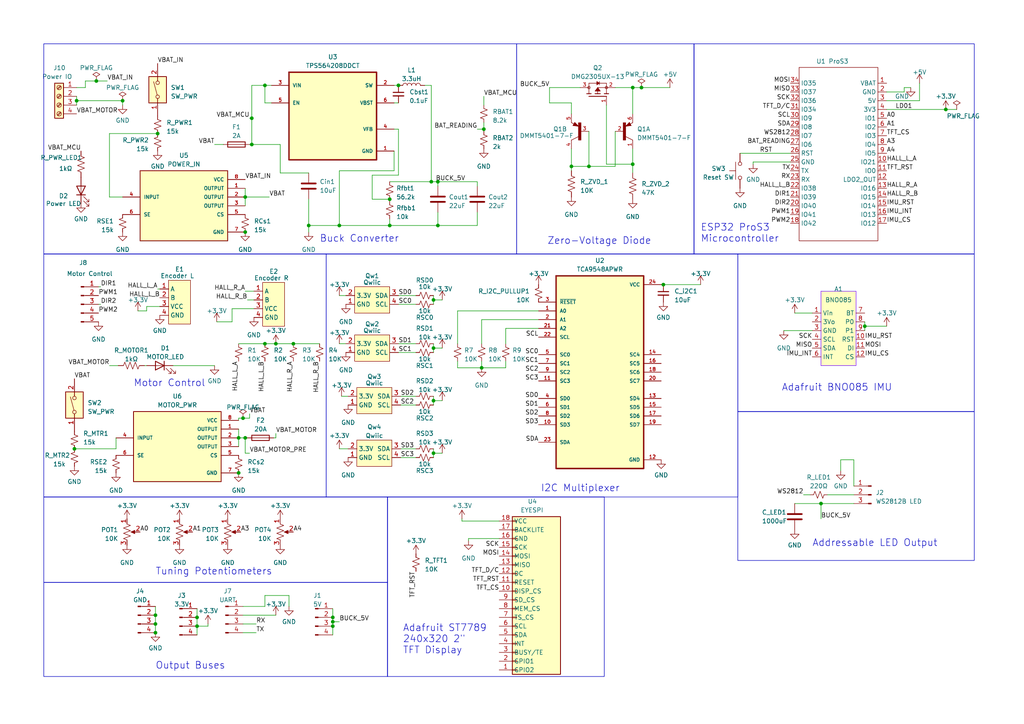
<source format=kicad_sch>
(kicad_sch (version 20230121) (generator eeschema)
  (paper "A4")
  (title_block (title "Segway Bot V7") (date "2023-08-21") (company "MIT") (comment 1 "Joseph Ntaimo"))
  (junction (at 35.56 29.21))
  (junction (at 45.085 180.975))
  (junction (at 89.535 65.405))
  (junction (at 125.73 131.445))
  (junction (at 98.425 65.405))
  (junction (at 80.01 99.695))
  (junction (at 113.03 57.785))
  (junction (at 57.15 179.07))
  (junction (at 127 52.705))
  (junction (at 73.025 34.29))
  (junction (at 183.515 25.4))
  (junction (at 71.12 127))
  (junction (at 73.025 41.91))
  (junction (at 192.405 82.55))
  (junction (at 125.73 116.205))
  (junction (at 57.15 181.61))
  (junction (at 45.085 178.435))
  (junction (at 125.095 52.705))
  (junction (at 186.055 25.4))
  (junction (at 96.52 181.61))
  (junction (at 125.73 86.995))
  (junction (at 250.825 94.615))
  (junction (at 69.215 137.16))
  (junction (at 85.09 99.695))
  (junction (at 22.225 29.21))
  (junction (at 27.94 23.495))
  (junction (at 70.485 121.285))
  (junction (at 139.7 106.68))
  (junction (at 96.52 179.07))
  (junction (at 113.03 65.405))
  (junction (at 69.215 127))
  (junction (at 140.335 37.465))
  (junction (at 76.835 99.695))
  (junction (at 96.52 180.34))
  (junction (at 45.72 38.735))
  (junction (at 71.12 67.31))
  (junction (at 170.815 48.26))
  (junction (at 183.515 47.625))
  (junction (at 76.835 24.765))
  (junction (at 115.57 24.765))
  (junction (at 71.12 57.15))
  (junction (at 125.73 100.965))
  (junction (at 165.735 48.26))
  (junction (at 21.59 130.175))
  (junction (at 45.085 183.515))
  (junction (at 127 65.405))
  (junction (at 274.32 31.75))
  (junction (at 238.125 146.05))
  (wire (pts (xy 140.335 38.1) (xy 140.335 37.465)))
  (wire (pts (xy 72.39 131.445) (xy 71.12 131.445)))
  (wire (pts (xy 140.335 27.94) (xy 140.335 30.48)))
  (wire (pts (xy 238.125 146.05) (xy 230.505 146.05)))
  (wire (pts (xy 57.15 181.61) (xy 57.15 184.15)))
  (wire (pts (xy 262.255 25.4) (xy 262.255 26.67)))
  (wire (pts (xy 115.57 99.695) (xy 120.65 99.695)))
  (wire (pts (xy 69.215 99.695) (xy 76.835 99.695)))
  (wire (pts (xy 115.57 37.465) (xy 115.57 50.8)))
  (wire (pts (xy 178.435 38.1) (xy 178.435 48.26)))
  (wire (pts (xy 57.15 179.07) (xy 57.15 181.61)))
  (wire (pts (xy 89.535 57.785) (xy 89.535 65.405)))
  (wire (pts (xy 159.385 29.845) (xy 165.735 29.845)))
  (wire (pts (xy 98.425 130.175) (xy 100.965 130.175)))
  (wire (pts (xy 70.485 183.515) (xy 74.295 183.515)))
  (wire (pts (xy 70.485 180.975) (xy 74.295 180.975)))
  (wire (pts (xy 183.515 25.4) (xy 183.515 33.02)))
  (wire (pts (xy 114.3 43.815) (xy 114.3 49.53)))
  (wire (pts (xy 132.715 106.68) (xy 139.7 106.68)))
  (wire (pts (xy 113.03 57.785) (xy 113.03 58.42)))
  (wire (pts (xy 139.7 106.68) (xy 139.7 104.775)))
  (wire (pts (xy 76.835 175.895) (xy 76.835 172.72)))
  (wire (pts (xy 125.73 86.995) (xy 125.73 88.265)))
  (wire (pts (xy 170.815 38.1) (xy 170.815 48.26)))
  (wire (pts (xy 159.385 25.4) (xy 168.275 25.4)))
  (wire (pts (xy 125.095 24.765) (xy 123.19 24.765)))
  (wire (pts (xy 89.535 65.405) (xy 98.425 65.405)))
  (wire (pts (xy 146.685 106.68) (xy 139.7 106.68)))
  (wire (pts (xy 107.95 50.8) (xy 107.95 57.785)))
  (wire (pts (xy 80.01 127) (xy 79.375 127)))
  (wire (pts (xy 76.835 172.72) (xy 83.82 172.72)))
  (wire (pts (xy 71.12 54.61) (xy 71.12 57.15)))
  (wire (pts (xy 80.01 99.695) (xy 85.09 99.695)))
  (wire (pts (xy 125.73 131.445) (xy 125.73 132.715)))
  (wire (pts (xy 203.2 82.55) (xy 192.405 82.55)))
  (wire (pts (xy 125.73 100.965) (xy 125.73 102.235)))
  (wire (pts (xy 250.825 94.615) (xy 250.825 95.885)))
  (wire (pts (xy 115.57 88.265) (xy 120.65 88.265)))
  (wire (pts (xy 138.43 52.705) (xy 138.43 53.975)))
  (wire (pts (xy 186.055 25.4) (xy 194.31 25.4)))
  (wire (pts (xy 238.125 150.495) (xy 238.125 146.05)))
  (wire (pts (xy 40.005 90.17) (xy 42.545 90.17)))
  (wire (pts (xy 85.09 99.695) (xy 92.71 99.695)))
  (wire (pts (xy 80.01 127) (xy 80.01 125.73)))
  (wire (pts (xy 146.685 104.775) (xy 146.685 106.68)))
  (wire (pts (xy 81.28 41.91) (xy 73.025 41.91)))
  (wire (pts (xy 113.03 63.5) (xy 113.03 65.405)))
  (wire (pts (xy 144.78 156.21) (xy 135.89 156.21)))
  (wire (pts (xy 76.835 24.765) (xy 76.835 29.845)))
  (wire (pts (xy 262.255 25.4) (xy 264.16 25.4)))
  (wire (pts (xy 115.57 85.725) (xy 120.65 85.725)))
  (wire (pts (xy 42.545 90.17) (xy 42.545 88.9)))
  (wire (pts (xy 89.535 67.31) (xy 89.535 65.405)))
  (wire (pts (xy 125.73 85.725) (xy 125.73 86.995)))
  (wire (pts (xy 69.215 121.285) (xy 69.215 121.92)))
  (wire (pts (xy 218.44 46.99) (xy 218.44 47.625)))
  (wire (pts (xy 73.66 84.455) (xy 71.12 84.455)))
  (wire (pts (xy 178.435 25.4) (xy 183.515 25.4)))
  (wire (pts (xy 243.84 133.35) (xy 243.84 136.525)))
  (wire (pts (xy 62.865 93.345) (xy 67.31 93.345)))
  (wire (pts (xy 45.72 38.735) (xy 31.75 38.735)))
  (wire (pts (xy 114.3 37.465) (xy 115.57 37.465)))
  (wire (pts (xy 178.435 48.26) (xy 170.815 48.26)))
  (wire (pts (xy 240.03 143.51) (xy 247.65 143.51)))
  (wire (pts (xy 247.65 133.35) (xy 243.84 133.35)))
  (wire (pts (xy 22.225 29.21) (xy 35.56 29.21)))
  (wire (pts (xy 159.385 29.845) (xy 159.385 25.4)))
  (wire (pts (xy 229.235 46.99) (xy 218.44 46.99)))
  (wire (pts (xy 98.425 65.405) (xy 113.03 65.405)))
  (wire (pts (xy 62.23 106.045) (xy 50.165 106.045)))
  (wire (pts (xy 70.485 178.435) (xy 80.01 178.435)))
  (wire (pts (xy 22.225 27.94) (xy 22.225 29.21)))
  (wire (pts (xy 64.77 41.91) (xy 62.23 41.91)))
  (wire (pts (xy 28.575 83.185) (xy 29.21 83.185)))
  (wire (pts (xy 57.15 181.61) (xy 60.325 181.61)))
  (wire (pts (xy 60.325 181.61) (xy 60.325 180.975)))
  (wire (pts (xy 70.485 121.285) (xy 69.215 121.285)))
  (wire (pts (xy 22.225 29.21) (xy 22.225 30.48)))
  (wire (pts (xy 115.57 50.8) (xy 107.95 50.8)))
  (wire (pts (xy 96.52 181.61) (xy 96.52 184.15)))
  (wire (pts (xy 73.66 86.995) (xy 71.755 86.995)))
  (wire (pts (xy 274.32 31.75) (xy 277.495 31.75)))
  (wire (pts (xy 42.545 106.045) (xy 41.91 106.045)))
  (wire (pts (xy 125.73 100.965) (xy 128.27 100.965)))
  (wire (pts (xy 96.52 179.07) (xy 96.52 180.34)))
  (wire (pts (xy 262.255 26.67) (xy 257.175 26.67)))
  (wire (pts (xy 132.715 104.775) (xy 132.715 106.68)))
  (wire (pts (xy 67.31 89.535) (xy 73.66 89.535)))
  (wire (pts (xy 116.205 117.475) (xy 120.65 117.475)))
  (wire (pts (xy 31.75 106.045) (xy 34.29 106.045)))
  (wire (pts (xy 266.7 29.21) (xy 266.7 24.13)))
  (wire (pts (xy 76.835 99.695) (xy 80.01 99.695)))
  (wire (pts (xy 73.025 24.765) (xy 76.835 24.765)))
  (wire (pts (xy 144.78 151.13) (xy 133.985 151.13)))
  (wire (pts (xy 138.43 37.465) (xy 140.335 37.465)))
  (wire (pts (xy 125.095 52.705) (xy 127 52.705)))
  (wire (pts (xy 233.045 143.51) (xy 234.95 143.51)))
  (wire (pts (xy 96.52 180.34) (xy 96.52 181.61)))
  (wire (pts (xy 31.75 57.15) (xy 35.56 57.15)))
  (wire (pts (xy 70.485 175.895) (xy 76.835 175.895)))
  (wire (pts (xy 127 65.405) (xy 127 61.595)))
  (wire (pts (xy 42.545 88.9) (xy 46.355 88.9)))
  (wire (pts (xy 114.3 49.53) (xy 98.425 49.53)))
  (wire (pts (xy 138.43 65.405) (xy 127 65.405)))
  (wire (pts (xy 69.215 124.46) (xy 69.215 127)))
  (wire (pts (xy 98.425 85.725) (xy 100.33 85.725)))
  (wire (pts (xy 24.765 23.495) (xy 24.765 25.4)))
  (wire (pts (xy 132.715 90.17) (xy 132.715 99.695)))
  (wire (pts (xy 76.835 24.765) (xy 78.74 24.765)))
  (wire (pts (xy 67.31 93.345) (xy 67.31 89.535)))
  (wire (pts (xy 156.21 92.71) (xy 139.7 92.71)))
  (wire (pts (xy 116.205 114.935) (xy 120.65 114.935)))
  (wire (pts (xy 99.06 114.935) (xy 100.965 114.935)))
  (wire (pts (xy 227.33 95.885) (xy 235.585 95.885)))
  (wire (pts (xy 135.89 156.21) (xy 135.89 156.845)))
  (wire (pts (xy 183.515 25.4) (xy 186.055 25.4)))
  (wire (pts (xy 22.225 25.4) (xy 24.765 25.4)))
  (wire (pts (xy 140.335 35.56) (xy 140.335 37.465)))
  (wire (pts (xy 71.12 57.15) (xy 78.105 57.15)))
  (wire (pts (xy 71.12 127) (xy 69.215 127)))
  (wire (pts (xy 257.175 31.75) (xy 274.32 31.75)))
  (wire (pts (xy 125.73 114.935) (xy 125.73 116.205)))
  (wire (pts (xy 73.025 34.29) (xy 73.025 41.91)))
  (wire (pts (xy 156.21 90.17) (xy 132.715 90.17)))
  (wire (pts (xy 33.655 130.175) (xy 21.59 130.175)))
  (wire (pts (xy 45.085 175.895) (xy 45.085 178.435)))
  (wire (pts (xy 45.085 178.435) (xy 45.085 180.975)))
  (wire (pts (xy 113.03 52.705) (xy 125.095 52.705)))
  (wire (pts (xy 69.215 127) (xy 69.215 129.54)))
  (wire (pts (xy 83.82 172.72) (xy 83.82 175.895)))
  (wire (pts (xy 125.73 131.445) (xy 128.27 131.445)))
  (wire (pts (xy 192.405 82.55) (xy 191.77 82.55)))
  (wire (pts (xy 133.985 151.13) (xy 133.985 150.495)))
  (wire (pts (xy 175.895 47.625) (xy 183.515 47.625)))
  (wire (pts (xy 156.21 95.25) (xy 146.685 95.25)))
  (wire (pts (xy 127 52.705) (xy 127 53.975)))
  (wire (pts (xy 57.15 176.53) (xy 57.15 179.07)))
  (wire (pts (xy 125.73 99.695) (xy 125.73 100.965)))
  (wire (pts (xy 31.115 23.495) (xy 27.94 23.495)))
  (wire (pts (xy 165.735 29.845) (xy 165.735 33.02)))
  (wire (pts (xy 116.205 132.715) (xy 120.65 132.715)))
  (wire (pts (xy 114.3 24.765) (xy 115.57 24.765)))
  (wire (pts (xy 125.73 86.995) (xy 128.27 86.995)))
  (wire (pts (xy 107.95 57.785) (xy 113.03 57.785)))
  (wire (pts (xy 175.895 30.48) (xy 175.895 47.625)))
  (wire (pts (xy 138.43 61.595) (xy 138.43 65.405)))
  (wire (pts (xy 33.655 127) (xy 33.655 130.175)))
  (wire (pts (xy 72.39 121.285) (xy 70.485 121.285)))
  (wire (pts (xy 139.7 92.71) (xy 139.7 99.695)))
  (wire (pts (xy 35.56 29.21) (xy 35.56 30.48)))
  (wire (pts (xy 257.175 29.21) (xy 266.7 29.21)))
  (wire (pts (xy 125.73 130.175) (xy 125.73 131.445)))
  (wire (pts (xy 165.735 48.26) (xy 165.735 49.53)))
  (wire (pts (xy 72.39 34.29) (xy 73.025 34.29)))
  (wire (pts (xy 115.57 102.235) (xy 120.65 102.235)))
  (wire (pts (xy 230.505 90.805) (xy 235.585 90.805)))
  (wire (pts (xy 98.425 99.695) (xy 100.33 99.695)))
  (wire (pts (xy 71.755 127) (xy 71.12 127)))
  (wire (pts (xy 170.815 48.26) (xy 165.735 48.26)))
  (wire (pts (xy 96.52 180.34) (xy 98.425 180.34)))
  (wire (pts (xy 183.515 43.18) (xy 183.515 47.625)))
  (wire (pts (xy 76.835 29.845) (xy 78.74 29.845)))
  (wire (pts (xy 125.73 116.205) (xy 128.27 116.205)))
  (wire (pts (xy 81.28 50.165) (xy 89.535 50.165)))
  (wire (pts (xy 96.52 176.53) (xy 96.52 179.07)))
  (wire (pts (xy 28.575 88.265) (xy 29.21 88.265)))
  (wire (pts (xy 114.3 29.845) (xy 115.57 29.845)))
  (wire (pts (xy 165.735 43.18) (xy 165.735 48.26)))
  (wire (pts (xy 45.085 180.975) (xy 45.085 183.515)))
  (wire (pts (xy 71.12 131.445) (xy 71.12 127)))
  (wire (pts (xy 72.39 120.015) (xy 72.39 121.285)))
  (wire (pts (xy 125.095 24.765) (xy 125.095 52.705)))
  (wire (pts (xy 46.355 83.82) (xy 45.72 83.82)))
  (wire (pts (xy 125.73 116.205) (xy 125.73 117.475)))
  (wire (pts (xy 116.205 130.175) (xy 120.65 130.175)))
  (wire (pts (xy 146.685 95.25) (xy 146.685 99.695)))
  (wire (pts (xy 27.94 23.495) (xy 24.765 23.495)))
  (wire (pts (xy 247.65 140.97) (xy 247.65 133.35)))
  (wire (pts (xy 250.825 93.345) (xy 250.825 94.615)))
  (wire (pts (xy 113.03 65.405) (xy 127 65.405)))
  (wire (pts (xy 72.39 41.91) (xy 73.025 41.91)))
  (wire (pts (xy 71.12 57.15) (xy 71.12 59.69)))
  (wire (pts (xy 73.025 34.29) (xy 73.025 24.765)))
  (wire (pts (xy 214.63 44.45) (xy 229.235 44.45)))
  (wire (pts (xy 247.65 146.05) (xy 238.125 146.05)))
  (wire (pts (xy 98.425 49.53) (xy 98.425 65.405)))
  (wire (pts (xy 31.75 38.735) (xy 31.75 57.15)))
  (wire (pts (xy 250.825 94.615) (xy 257.175 94.615)))
  (wire (pts (xy 183.515 47.625) (xy 183.515 50.165)))
  (wire (pts (xy 127 52.705) (xy 138.43 52.705)))
  (wire (pts (xy 81.28 41.91) (xy 81.28 50.165)))
  (rectangle (start 12.7 144.145) (end 112.395 168.91))
  (rectangle (start 12.7 73.66) (end 94.615 144.145))
  (rectangle (start 112.395 144.145) (end 175.26 196.215))
  (rectangle (start 201.295 12.7) (end 282.575 73.66))
  (rectangle (start 213.995 119.38) (end 282.575 162.56))
  (rectangle (start 94.615 73.66) (end 213.995 144.145))
  (rectangle (start 12.7 168.91) (end 112.395 196.215))
  (rectangle (start 213.995 73.66) (end 282.575 119.38))
  (rectangle (start 149.86 12.7) (end 201.295 73.66))
  (rectangle (start 12.7 12.7) (end 149.86 73.66))
  (text "Motor Control" (at 38.735 112.395 0) (effects (font (size 2 2)) (justify left bottom)))
  (text "Output Buses" (at 45.085 194.31 0) (effects (font (size 2 2)) (justify left bottom)))
  (text "Zero-Voltage Diode\n" (at 158.75 71.12 0) (effects (font (size 2 2)) (justify left bottom)))
  (text "Adafruit ST7789 \n240x320 2\" \nTFT Display\n" (at 116.84 189.865 0) (effects (font (size 2 2)) (justify left bottom)))
  (text "ESP32 ProS3\nMicrocontroller" (at 203.2 70.485 0) (effects (font (size 2 2)) (justify left bottom)))
  (text "I2C Multiplexer\n" (at 156.845 142.875 0) (effects (font (size 2 2)) (justify left bottom)))
  (text "Tuning Potentiometers" (at 45.085 167.005 0) (effects (font (size 2 2)) (justify left bottom)))
  (text "Buck Converter" (at 92.71 70.485 0) (effects (font (size 2 2)) (justify left bottom)))
  (text "Adafruit BNO085 IMU" (at 226.695 113.665 0) (effects (font (size 2 2)) (justify left bottom)))
  (text "Addressable LED Output" (at 235.585 158.75 0) (effects (font (size 2 2)) (justify left bottom)))
  (label "BUCK_5V" (at 126.365 52.705 0))
  (label "VBAT_MCU" (at 140.335 27.94 0))
  (label "SCK" (at 144.78 158.75 180))
  (label "VBAT_IN" (at 31.115 23.495 0))
  (label "SD0" (at 156.21 115.57 180))
  (label "IMU_INT" (at 257.175 62.23 0))
  (label "RX" (at 74.295 180.975 0))
  (label "SCK" (at 235.585 98.425 180))
  (label "A0" (at 257.175 34.29 0))
  (label "DIR1" (at 229.235 57.15 180))
  (label "A1" (at 55.88 154.305 0))
  (label "A3" (at 69.85 154.305 0))
  (label "IMU_CS" (at 257.175 64.77 0))
  (label "HALL_L_A" (at 257.175 46.99 0))
  (label "BAT_READING" (at 138.43 37.465 180))
  (label "SC3" (at 156.21 110.49 180))
  (label "SD1" (at 115.57 99.695 0))
  (label "SD3" (at 156.21 123.19 180))
  (label "VBAT" (at 78.105 57.15 0))
  (label "TFT_CS" (at 144.78 171.45 180))
  (label "MOSI" (at 229.235 24.13 180))
  (label "SDA" (at 229.235 36.83 180))
  (label "MISO" (at 229.235 26.67 180))
  (label "VBAT_IN" (at 71.12 52.07 0))
  (label "SD1" (at 156.21 118.11 180))
  (label "DIR1" (at 29.21 83.185 0))
  (label "HALL_R_A" (at 71.12 84.455 180))
  (label "TFT_RST" (at 257.175 49.53 0))
  (label "SC1" (at 156.21 105.41 180))
  (label "A4" (at 85.09 154.305 0))
  (label "SC1" (at 115.57 102.235 0))
  (label "SC3" (at 116.205 132.715 0))
  (label "IMU_RST" (at 250.825 98.425 0))
  (label "SC0" (at 156.21 102.87 180))
  (label "PWM2" (at 229.235 64.77 180))
  (label "TX" (at 74.295 183.515 0))
  (label "TFT_D{slash}C" (at 229.235 31.75 180))
  (label "SC2" (at 116.205 117.475 0))
  (label "HALL_L_B" (at 229.235 54.61 180))
  (label "VBAT_MCU" (at 23.495 43.815 180))
  (label "VBAT" (at 62.23 41.91 180))
  (label "TFT_CS" (at 257.175 39.37 0))
  (label "HALL_R_B" (at 257.175 57.15 0))
  (label "A0" (at 40.64 154.305 0))
  (label "BUCK_5V" (at 238.125 150.495 0))
  (label "PWM1" (at 229.235 62.23 180))
  (label "BAT_READING" (at 229.235 41.91 180))
  (label "A4" (at 257.175 44.45 0))
  (label "BUCK_5V" (at 159.385 25.4 180))
  (label "RX" (at 229.235 52.07 180))
  (label "IMU_CS" (at 250.825 103.505 0))
  (label "SCL" (at 229.235 34.29 180))
  (label "VBAT_MCU" (at 72.39 34.29 180))
  (label "PWM2" (at 28.575 90.805 0))
  (label "IMU_INT" (at 235.585 103.505 180))
  (label "SCK" (at 229.235 29.21 180))
  (label "VBAT_MOTOR" (at 22.225 33.02 0))
  (label "SD2" (at 156.21 120.65 180))
  (label "HALL_R_A" (at 257.175 54.61 0))
  (label "HALL_L_B" (at 46.355 86.36 180))
  (label "VBAT_MOTOR_PRE" (at 72.39 131.445 0))
  (label "A1" (at 257.175 36.83 0))
  (label "WS2812" (at 233.045 143.51 180))
  (label "LD01" (at 259.715 31.75 0))
  (label "TX" (at 229.235 49.53 180))
  (label "VBAT_MOTOR" (at 31.75 106.045 180))
  (label "MISO" (at 235.585 100.965 180))
  (label "MOSI" (at 250.825 100.965 0))
  (label "SD0" (at 115.57 85.725 0))
  (label "HALL_R_A" (at 85.09 104.775 270))
  (label "SC0" (at 115.57 88.265 0))
  (label "MOSI" (at 144.78 161.29 180))
  (label "IMU_RST" (at 257.175 59.69 0))
  (label "SD3" (at 116.205 130.175 0))
  (label "DIR2" (at 229.235 59.69 180))
  (label "VBAT_IN" (at 45.72 18.415 0))
  (label "VBAT_MOTOR" (at 80.01 125.73 0))
  (label "TFT_D{slash}C" (at 144.78 166.37 180))
  (label "DIR2" (at 29.21 88.265 0))
  (label "HALL_L_B" (at 76.835 104.775 270))
  (label "RST" (at 220.345 44.45 0))
  (label "TFT_RST" (at 120.65 165.735 270))
  (label "HALL_R_B" (at 92.71 104.775 270))
  (label "PWM1" (at 28.575 85.725 0))
  (label "TFT_RST" (at 144.78 168.91 180))
  (label "WS2812" (at 229.235 39.37 180))
  (label "BUCK_5V" (at 98.425 180.34 0))
  (label "SC2" (at 156.21 107.95 180))
  (label "HALL_R_B" (at 71.755 86.995 180))
  (label "VBAT" (at 72.39 120.015 0))
  (label "SCL" (at 156.21 97.79 180))
  (label "VBAT" (at 21.59 109.855 0))
  (label "HALL_L_A" (at 45.72 83.82 180))
  (label "HALL_L_A" (at 69.215 104.775 270))
  (label "A3" (at 257.175 41.91 0))
  (label "SDA" (at 156.21 128.27 180))
  (label "SD2" (at 116.205 114.935 0))
  (symbol (lib_id "Device:R_Small_US") (at 21.59 127.635 0) (unit 1)
    (property "Reference" "R_MTR1" (at 24.13 125.73 0) (effects (justify left)))
    (property "Value" "15k" (at 24.13 128.27 0) (effects (justify left)))
    (property "Footprint" "Resistor_SMD:R_0402_1005Metric" (effects hide))
    (property "MPN" "C25756" (effects hide))
  )
  (symbol (lib_id "Device:LED") (at 23.495 55.245 90) (unit 1)
    (property "Reference" "D2" (at 18.415 56.8325 90))
    (property "Value" "Power LED" (at 18.415 59.055 90))
    (property "Footprint" "LED_SMD:LED_0603_1608Metric" (effects hide))
    (property "MPN" "C84263" (effects hide))
  )
  (symbol (lib_id "DMG2305UX-13:DMG2305UX-13") (at 173.355 27.94 90) (unit 1)
    (property "Reference" "Q2" (at 173.355 19.685 90))
    (property "Value" "DMG2305UX-13" (at 173.355 22.225 90))
    (property "Footprint" "footprints:SOT91P240X110-3N" (effects hide))
    (property "Datasheet" "https://datasheet.lcsc.com/lcsc/2304140030_Diodes-Incorporated-DMG2305UX-13_C144153.pdf" (effects hide))
    (property "PARTREV" "09/2018" (effects hide))
    (property "STANDARD" "IPC-7351B" (effects hide))
    (property "MAXIMUM_PACKAGE_HEIGHT" "1.1mm" (effects hide))
    (property "MANUFACTURER" "Diodes Inc." (effects hide))
    (property "MPN" "C144153" (effects hide))
  )
  (symbol (lib_id "Device:R_Small_US") (at 45.72 36.195 0) (unit 1)
    (property "Reference" "R_PWR1" (at 48.26 35.56 0) (effects (justify left)))
    (property "Value" "15k" (at 48.26 38.1 0) (effects (justify left)))
    (property "Footprint" "Resistor_SMD:R_0402_1005Metric" (effects hide))
    (property "MPN" "C25756" (effects hide))
  )
  (symbol (lib_id "Device:R_Small_US") (at 69.215 102.235 0) (unit 1)
    (property "Reference" "R1" (at 71.755 101.6 0) (effects (justify left)))
    (property "Value" "10K" (at 71.755 104.14 0) (effects (justify left)))
    (property "Footprint" "Resistor_SMD:R_0402_1005Metric" (effects hide))
    (property "MPN" "C144807" (effects hide))
  )
  (symbol (lib_id "power:+3.3V") (at 80.01 99.695 0) (unit 1)
    (property "Reference" "#PWR024" (effects hide))
    (property "Value" "+3.3V" (at 80.01 95.885 0))
  )
  (symbol (lib_id "power:PWR_FLAG") (at 27.94 23.495 0) (unit 1)
    (property "Reference" "#FLG04" (effects hide))
    (property "Value" "PWR_FLAG" (at 27.94 19.685 0))
  )
  (symbol (lib_id "Device:LED") (at 46.355 106.045 0) (mirror y) (unit 1)
    (property "Reference" "D1" (at 47.9425 100.965 0))
    (property "Value" "MOTOR_LED" (at 47.9425 103.505 0))
    (property "Footprint" "LED_SMD:LED_0603_1608Metric" (effects hide))
    (property "MPN" "C434423" (effects hide))
  )
  (symbol (lib_id "power:+3.3V") (at 257.175 94.615 0) (unit 1)
    (property "Reference" "#PWR042" (effects hide))
    (property "Value" "+3.3V" (at 257.175 90.805 0))
  )
  (symbol (lib_id "power:GND") (at 139.7 106.68 0) (unit 1)
    (property "Reference" "#PWR017" (effects hide))
    (property "Value" "GND" (at 139.7 111.76 0))
  )
  (symbol (lib_id "Device:R_Small_US") (at 140.335 40.64 0) (unit 1)
    (property "Reference" "RBAT2" (at 142.875 40.005 0) (effects (justify left)))
    (property "Value" "2k" (at 142.875 42.545 0) (effects (justify left)))
    (property "Footprint" "Resistor_SMD:R_0402_1005Metric" (effects hide))
    (property "MPN" "C4109" (effects hide))
  )
  (symbol (lib_id "Device:R_Small_US") (at 35.56 64.77 0) (mirror y) (unit 1)
    (property "Reference" "RSE1" (at 33.02 64.135 0) (effects (justify left)))
    (property "Value" "15k" (at 33.02 66.675 0) (effects (justify left)))
    (property "Footprint" "Resistor_SMD:R_0402_1005Metric" (effects hide))
    (property "MPN" "C25756" (effects hide))
  )
  (symbol (lib_id "power:+3.3V") (at 52.07 150.495 0) (unit 1)
    (property "Reference" "#PWR06" (effects hide))
    (property "Value" "+3.3V" (at 52.07 146.685 0))
  )
  (symbol (lib_id "Device:R_Small_US") (at 92.71 102.235 0) (unit 1)
    (property "Reference" "R4" (at 95.25 101.6 0) (effects (justify left)))
    (property "Value" "10K" (at 95.25 104.14 0) (effects (justify left)))
    (property "Footprint" "Resistor_SMD:R_0402_1005Metric" (effects hide))
    (property "MPN" "C144807" (effects hide))
  )
  (symbol (lib_id "Device:R_Small_US") (at 140.335 33.02 0) (unit 1)
    (property "Reference" "RBAT1" (at 142.875 32.385 0) (effects (justify left)))
    (property "Value" "8.2k" (at 142.875 34.925 0) (effects (justify left)))
    (property "Footprint" "Resistor_SMD:R_0402_1005Metric" (effects hide))
    (property "MPN" "C25924" (effects hide))
  )
  (symbol (lib_id "Device:R_Potentiometer_US") (at 66.04 154.305 0) (unit 1)
    (property "Reference" "POT3" (at 63.5 153.67 0) (effects (justify right)))
    (property "Value" "10K" (at 63.5 156.21 0) (effects (justify right)))
    (property "Footprint" "Connector_JST:JST_PH_B3B-PH-SM4-TB_1x03-1MP_P2.00mm_Vertical" (effects hide))
    (property "MPN" "C265082" (effects hide))
  )
  (symbol (lib_id "Device:C") (at 127 57.785 0) (unit 1)
    (property "Reference" "Cout1" (at 130.175 57.15 0) (effects (justify left)))
    (property "Value" "22uF" (at 130.175 59.69 0) (effects (justify left)))
    (property "Footprint" "Capacitor_SMD:C_1210_3225Metric" (effects hide))
    (property "MPN" "C65428" (effects hide))
  )
  (symbol (lib_id "Device:R_Small_US") (at 123.19 99.695 90) (unit 1)
    (property "Reference" "RSD1" (at 123.19 95.25 90))
    (property "Value" "10k" (at 123.19 97.79 90))
    (property "Footprint" "Resistor_SMD:R_0402_1005Metric" (effects hide))
    (property "MPN" "C144807" (effects hide))
  )
  (symbol (lib_id "power:GND") (at 46.355 91.44 0) (unit 1)
    (property "Reference" "#PWR014" (effects hide))
    (property "Value" "GND" (at 46.355 95.885 0))
  )
  (symbol (lib_id "power:+3.3V") (at 99.06 114.935 0) (unit 1)
    (property "Reference" "#PWR035" (effects hide))
    (property "Value" "+3.3V" (at 99.06 111.76 0))
  )
  (symbol (lib_id "power:GND") (at 89.535 67.31 0) (unit 1)
    (property "Reference" "#PWR039" (effects hide))
    (property "Value" "GND" (at 89.535 72.39 0))
  )
  (symbol (lib_id "Device:R_US") (at 183.515 53.975 0) (unit 1)
    (property "Reference" "R_ZVD_2" (at 186.055 53.34 0) (effects (justify left)))
    (property "Value" "47K" (at 186.055 55.88 0) (effects (justify left)))
    (property "Footprint" "Resistor_SMD:R_0402_1005Metric" (effects hide))
    (property "MPN" "C25792" (effects hide))
  )
  (symbol (lib_id "Connector:Conn_01x03_Pin") (at 252.73 143.51 0) (mirror y) (unit 1)
    (property "Reference" "J2" (at 254 142.875 0) (effects (justify right)))
    (property "Value" "WS2812B LED" (at 254 145.415 0) (effects (justify right)))
    (property "Footprint" "Connector_PinHeader_2.54mm:PinHeader_1x03_P2.54mm_Vertical" (effects hide))
  )
  (symbol (lib_id "power:GND") (at 165.735 57.15 0) (unit 1)
    (property "Reference" "#PWR046" (effects hide))
    (property "Value" "GND" (at 165.735 62.23 0))
  )
  (symbol (lib_id "power:GND") (at 35.56 67.31 0) (unit 1)
    (property "Reference" "#PWR037" (effects hide))
    (property "Value" "GND" (at 35.56 72.39 0))
  )
  (symbol (lib_id "power:GND") (at 73.66 92.075 0) (unit 1)
    (property "Reference" "#PWR033" (effects hide))
    (property "Value" "GND" (at 73.66 97.155 0))
  )
  (symbol (lib_id "Connector:Conn_01x05_Pin") (at 23.495 88.265 0) (unit 1) (in_bom no)
    (property "Reference" "J8" (at 24.13 76.2 0))
    (property "Value" "Motor Control" (at 26.035 79.375 0))
    (property "Footprint" "Connector_PinHeader_2.54mm:PinHeader_1x05_P2.54mm_Vertical" (effects hide))
  )
  (symbol (lib_id "Power_Management:VN7007CHTR") (at 51.435 129.54 0) (unit 1)
    (property "Reference" "U6" (at 51.435 114.935 0))
    (property "Value" "MOTOR_PWR" (at 51.435 117.475 0))
    (property "Footprint" "2.004:DPAK85P972X240-8N" (effects hide))
    (property "MPN" "C2150194" (effects hide))
    (property "MF" "STMicroelectronics" (effects hide))
    (property "MAXIMUM_PACKAGE_HEIGHT" "2.40mm" (effects hide))
    (property "Package" "OctaPAK STMicroelectronics" (effects hide))
    (property "Price" "None" (effects hide))
    (property "Check_prices" "https://www.snapeda.com/parts/VN7007AHTR/STMicroelectronics/view-part/?ref=eda" (effects hide))
    (property "STANDARD" "IPC-7351B" (effects hide))
    (property "PARTREV" "3" (effects hide))
    (property "SnapEDA_Link" "https://www.snapeda.com/parts/VN7007AHTR/STMicroelectronics/view-part/?ref=snap" (effects hide))
    (property "MP" "VN7007AHTR" (effects hide))
    (property "Purchase-URL" "https://www.snapeda.com/api/url_track_click_mouser/?unipart_id=899347&manufacturer=STMicroelectronics&part_name=VN7007AHTR&search_term=None" (effects hide))
    (property "Description" "\nPower Switch/Driver 1:1 N-Channel 100A OctaPAK 7+1\n" (effects hide))
    (property "Availability" "In Stock" (effects hide))
    (property "MANUFACTURER" "Amphenol" (effects hide))
  )
  (symbol (lib_id "Device:R_Small_US") (at 123.19 130.175 90) (unit 1)
    (property "Reference" "RSD3" (at 123.19 125.73 90))
    (property "Value" "10k" (at 123.19 128.27 90))
    (property "Footprint" "Resistor_SMD:R_0402_1005Metric" (effects hide))
    (property "MPN" "C144807" (effects hide))
  )
  (symbol (lib_id "power:+3.3V") (at 40.005 90.17 0) (mirror y) (unit 1)
    (property "Reference" "#PWR013" (effects hide))
    (property "Value" "+3.3V" (at 40.005 86.995 0))
  )
  (symbol (lib_id "power:GND") (at 264.16 25.4 0) (unit 1)
    (property "Reference" "#PWR09" (effects hide))
    (property "Value" "GND" (at 261.62 27.94 0))
  )
  (symbol (lib_id "power:GND") (at 71.12 67.31 0) (unit 1)
    (property "Reference" "#PWR031" (effects hide))
    (property "Value" "GND" (at 71.12 72.39 0))
  )
  (symbol (lib_id "Device:R_Small_US") (at 123.19 85.725 90) (unit 1)
    (property "Reference" "RSD0" (at 123.19 81.28 90))
    (property "Value" "10k" (at 123.19 83.185 90))
    (property "Footprint" "Resistor_SMD:R_0402_1005Metric" (effects hide))
    (property "MPN" "C144807" (effects hide))
  )
  (symbol (lib_id "power:GND") (at 100.33 88.265 0) (unit 1)
    (property "Reference" "#PWR050" (effects hide))
    (property "Value" "GND" (at 100.33 93.345 0))
  )
  (symbol (lib_id "power:GND") (at 33.655 137.16 0) (unit 1)
    (property "Reference" "#PWR058" (effects hide))
    (property "Value" "GND" (at 33.655 142.24 0))
  )
  (symbol (lib_id "power:GND") (at 83.82 175.895 0) (unit 1)
    (property "Reference" "#PWR029" (effects hide))
    (property "Value" "GND" (at 83.82 180.34 0))
  )
  (symbol (lib_id "Switch:SW_Push") (at 214.63 49.53 90) (mirror x) (unit 1) (in_bom no)
    (property "Reference" "SW3" (at 206.375 48.895 90) (effects (justify right)))
    (property "Value" "Reset SW" (at 203.835 51.435 90) (effects (justify right)))
    (property "Footprint" "Button_Switch_THT:SW_PUSH_6mm" (effects hide))
  )
  (symbol (lib_id "Device:R_Small_US") (at 132.715 102.235 0) (unit 1)
    (property "Reference" "R7" (at 134.62 101.6 0) (effects (justify left)))
    (property "Value" "10K" (at 134.62 104.14 0) (effects (justify left)))
    (property "Footprint" "Resistor_SMD:R_0402_1005Metric" (effects hide))
    (property "MPN" "C144807" (effects hide))
  )
  (symbol (lib_id "power:+3.3V") (at 80.01 178.435 0) (unit 1)
    (property "Reference" "#PWR019" (effects hide))
    (property "Value" "+3.3V" (at 80.01 175.26 0))
  )
  (symbol (lib_id "Connector:Conn_01x04_Pin") (at 40.005 178.435 0) (unit 1)
    (property "Reference" "J4" (at 40.64 171.45 0))
    (property "Value" "GND" (at 40.64 173.99 0))
    (property "Footprint" "Connector_PinHeader_2.54mm:PinHeader_1x04_P2.54mm_Vertical" (effects hide))
  )
  (symbol (lib_id "power:GND") (at 28.575 93.345 0) (unit 1)
    (property "Reference" "#PWR012" (effects hide))
    (property "Value" "GND" (at 28.575 98.425 0))
  )
  (symbol (lib_id "Device:R_Small_US") (at 146.685 102.235 0) (unit 1)
    (property "Reference" "R9" (at 148.59 101.6 0) (effects (justify left)))
    (property "Value" "10K" (at 148.59 104.14 0) (effects (justify left)))
    (property "Footprint" "Resistor_SMD:R_0402_1005Metric" (effects hide))
    (property "MPN" "C144807" (effects hide))
  )
  (symbol (lib_id "Connector:Conn_01x04_Pin") (at 52.07 179.07 0) (unit 1)
    (property "Reference" "J3" (at 52.705 172.72 0))
    (property "Value" "3.3V" (at 52.705 175.26 0))
    (property "Footprint" "Connector_PinHeader_2.54mm:PinHeader_1x04_P2.54mm_Vertical" (effects hide))
  )
  (symbol (lib_id "power:GND") (at 35.56 30.48 0) (unit 1)
    (property "Reference" "#PWR010" (effects hide))
    (property "Value" "GND" (at 35.56 34.925 0))
  )
  (symbol (lib_id "power:GND") (at 218.44 47.625 0) (unit 1)
    (property "Reference" "#PWR028" (effects hide))
    (property "Value" "GND" (at 218.44 52.07 0))
  )
  (symbol (lib_id "power:+5V") (at 194.31 25.4 0) (unit 1)
    (property "Reference" "#PWR048" (effects hide))
    (property "Value" "+5V" (at 194.31 21.59 0))
  )
  (symbol (lib_id "power:+3.3V") (at 274.32 31.75 0) (unit 1)
    (property "Reference" "#PWR034" (effects hide))
    (property "Value" "+3.3V" (at 274.32 27.94 0))
  )
  (symbol (lib_id "power:GND") (at 52.07 158.115 0) (unit 1)
    (property "Reference" "#PWR02" (effects hide))
    (property "Value" "GND" (at 52.07 163.195 0))
  )
  (symbol (lib_id "Switch:SW_DIP_x01") (at 45.72 26.035 90) (unit 1)
    (property "Reference" "SW1" (at 49.53 25.4 90) (effects (justify right)))
    (property "Value" "SW_PWR" (at 49.53 27.94 90) (effects (justify right)))
    (property "Footprint" "Connector_JST:JST_PH_B2B-PH-SM4-TB_1x02-1MP_P2.00mm_Vertical" (effects hide))
    (property "MPN" "C160352" (effects hide))
  )
  (symbol (lib_id "power:GND") (at 100.965 132.715 0) (unit 1)
    (property "Reference" "#PWR055" (effects hide))
    (property "Value" "GND" (at 100.965 137.795 0))
  )
  (symbol (lib_name "VN7007CHTR_1") (lib_id "Power_Management:VN7007CHTR") (at 53.34 59.69 0) (unit 1)
    (property "Reference" "U5" (at 53.34 45.085 0))
    (property "Value" "POWER_IN" (at 53.34 47.625 0))
    (property "Footprint" "2.004:DPAK85P972X240-8N" (effects hide))
    (property "MPN" "C2150194" (effects hide))
    (property "MF" "STMicroelectronics" (effects hide))
    (property "MAXIMUM_PACKAGE_HEIGHT" "2.40mm" (effects hide))
    (property "Package" "OctaPAK STMicroelectronics" (effects hide))
    (property "Price" "None" (effects hide))
    (property "Check_prices" "https://www.snapeda.com/parts/VN7007AHTR/STMicroelectronics/view-part/?ref=eda" (effects hide))
    (property "STANDARD" "IPC-7351B" (effects hide))
    (property "PARTREV" "3" (effects hide))
    (property "SnapEDA_Link" "https://www.snapeda.com/parts/VN7007AHTR/STMicroelectronics/view-part/?ref=snap" (effects hide))
    (property "MP" "VN7007AHTR" (effects hide))
    (property "Purchase-URL" "https://www.snapeda.com/api/url_track_click_mouser/?unipart_id=899347&manufacturer=STMicroelectronics&part_name=VN7007AHTR&search_term=None" (effects hide))
    (property "Description" "\nPower Switch/Driver 1:1 N-Channel 100A OctaPAK 7+1\n" (effects hide))
    (property "Availability" "In Stock" (effects hide))
    (property "MANUFACTURER" "Amphenol" (effects hide))
  )
  (symbol (lib_id "power:+3.3V") (at 156.21 82.55 0) (unit 1)
    (property "Reference" "#PWR044" (effects hide))
    (property "Value" "+3.3V" (at 156.21 79.375 0))
  )
  (symbol (lib_id "power:GND") (at 227.33 95.885 0) (unit 1)
    (property "Reference" "#PWR040" (effects hide))
    (property "Value" "GND" (at 227.33 100.965 0))
  )
  (symbol (lib_id "Device:Fuse") (at 75.565 127 270) (unit 1)
    (property "Reference" "F2" (at 75.565 121.92 90))
    (property "Value" "20A" (at 75.565 124.46 90))
    (property "Footprint" "Fuse:Fuse_1206_3216Metric" (effects hide))
    (property "Datasheet" "https://datasheet.lcsc.com/lcsc/2304140030_Littelfuse-0501020-WR1_C207007.pdf" (effects hide))
    (property "MPN" "C207007" (effects hide))
  )
  (symbol (lib_id "Device:C_Small") (at 192.405 85.09 0) (unit 1)
    (property "Reference" "C_i2C1" (at 195.58 84.4613 0) (effects (justify left)))
    (property "Value" "10uF" (at 195.58 87.0013 0) (effects (justify left)))
    (property "Footprint" "Capacitor_SMD:C_0805_2012Metric_Pad1.18x1.45mm_HandSolder" (effects hide))
    (property "MPN" "C39232" (effects hide))
  )
  (symbol (lib_id "TPS564208DDCT:TPS564208DDCT") (at 96.52 33.655 0) (unit 1)
    (property "Reference" "U3" (at 96.52 16.51 0))
    (property "Value" "TPS564208DDCT" (at 96.52 19.05 0))
    (property "Footprint" "2.004:SOT95P280X110-6N" (effects hide))
    (property "Datasheet" "https://datasheet.lcsc.com/lcsc/2302221300_Texas-Instruments-TPS564208DDCT_C2070774.pdf" (effects hide))
    (property "MPN" "C2070774" (effects hide))
  )
  (symbol (lib_id "Device:C") (at 89.535 53.975 0) (unit 1)
    (property "Reference" "Cin1" (at 92.71 52.705 0) (effects (justify left)))
    (property "Value" "10uF" (at 92.71 55.245 0) (effects (justify left)))
    (property "Footprint" "Capacitor_SMD:C_1210_3225Metric" (effects hide))
    (property "MPN" "C39232" (effects hide))
  )
  (symbol (lib_id "TCA9548APWR:TCA9548APWR") (at 173.99 107.95 0) (unit 1)
    (property "Reference" "U2" (at 173.99 75.565 0))
    (property "Value" "TCA9548APWR" (at 173.99 78.105 0))
    (property "Footprint" "2.004:SOP65P640X120-24N" (effects hide))
    (property "Datasheet" "https://datasheet.lcsc.com/lcsc/1811081942_Texas-Instruments-TCA9548APWR_C130026.pdf" (effects hide))
    (property "MPN" "C130026" (effects hide))
  )
  (symbol (lib_id "Adafruit:Qwiic") (at 102.87 95.885 0) (unit 1)
    (property "Reference" "Qw2" (at 107.9444 93.98 0))
    (property "Value" "Qwiic" (at 107.95 95.885 0))
    (property "Footprint" "Connector_JST:JST_SH_BM04B-SRSS-TB_1x04-1MP_P1.00mm_Vertical" (effects hide))
    (property "Datasheet" "https://datasheet.lcsc.com/lcsc/2304140030_JST-Sales-America-BM04B-SRSS-TB-LF-SN_C160390.pdf" (effects hide))
    (property "MPN" "C160390" (effects hide))
  )
  (symbol (lib_id "Connector:Encoder") (at 46.355 81.28 0) (unit 1)
    (property "Reference" "E1" (at 50.8 78.105 0) (effects (justify left)))
    (property "Value" "Encoder L" (at 51.435 80.01 0))
    (property "Footprint" "Connector_JST:JST_PH_S4B-PH-SM4-TB_1x04-1MP_P2.00mm_Horizontal" (effects hide))
    (property "MPN" "C265102" (effects hide))
  )
  (symbol (lib_id "Device:R_Small_US") (at 120.65 163.195 0) (unit 1)
    (property "Reference" "R_TFT1" (at 123.19 162.56 0) (effects (justify left)))
    (property "Value" "10K" (at 123.19 165.1 0) (effects (justify left)))
    (property "Footprint" "Resistor_SMD:R_0402_1005Metric" (effects hide))
    (property "MPN" "C144807" (effects hide))
  )
  (symbol (lib_id "power:+3.3V") (at 98.425 130.175 0) (unit 1)
    (property "Reference" "#PWR036" (effects hide))
    (property "Value" "+3.3V" (at 98.425 126.365 0))
  )
  (symbol (lib_id "Device:R_Small_US") (at 123.19 88.265 90) (unit 1)
    (property "Reference" "RSC0" (at 123.19 92.075 90))
    (property "Value" "10k" (at 123.19 90.17 90))
    (property "Footprint" "Resistor_SMD:R_0402_1005Metric" (effects hide))
    (property "MPN" "C144807" (effects hide))
  )
  (symbol (lib_id "Device:R_Small_US") (at 123.19 114.935 90) (unit 1)
    (property "Reference" "RSD2" (at 123.19 110.49 90))
    (property "Value" "10k" (at 123.19 113.03 90))
    (property "Footprint" "Resistor_SMD:R_0402_1005Metric" (effects hide))
    (property "MPN" "C144807" (effects hide))
  )
  (symbol (lib_id "power:GND") (at 140.335 43.18 0) (unit 1)
    (property "Reference" "#PWR043" (effects hide))
    (property "Value" "GND" (at 140.335 48.26 0))
  )
  (symbol (lib_id "power:GND") (at 21.59 135.255 0) (unit 1)
    (property "Reference" "#PWR060" (effects hide))
    (property "Value" "GND" (at 21.59 139.7 0))
  )
  (symbol (lib_id "power:+3.3V") (at 81.28 150.495 0) (unit 1)
    (property "Reference" "#PWR08" (effects hide))
    (property "Value" "+3.3V" (at 81.28 146.685 0))
  )
  (symbol (lib_id "Device:R_Small_US") (at 45.72 41.275 0) (mirror y) (unit 1)
    (property "Reference" "R_PWR2" (at 43.18 40.64 0) (effects (justify left)))
    (property "Value" "15k" (at 43.18 43.18 0) (effects (justify left)))
    (property "Footprint" "Resistor_SMD:R_0402_1005Metric" (effects hide))
    (property "MPN" "C25756" (effects hide))
  )
  (symbol (lib_id "Device:R_Small_US") (at 156.21 85.09 0) (mirror y) (unit 1)
    (property "Reference" "R_I2C_PULLUP1" (at 153.67 84.455 0) (effects (justify left)))
    (property "Value" "10K" (at 153.67 86.995 0) (effects (justify left)))
    (property "Footprint" "Resistor_SMD:R_0402_1005Metric" (effects hide))
    (property "MPN" "C144807" (effects hide))
  )
  (symbol (lib_id "power:GND") (at 100.965 117.475 0) (unit 1)
    (property "Reference" "#PWR053" (effects hide))
    (property "Value" "GND" (at 100.965 122.555 0))
  )
  (symbol (lib_id "Device:R_Small_US") (at 123.19 117.475 90) (unit 1)
    (property "Reference" "RSC2" (at 123.19 121.285 90))
    (property "Value" "10k" (at 123.19 119.38 90))
    (property "Footprint" "Resistor_SMD:R_0402_1005Metric" (effects hide))
    (property "MPN" "C144807" (effects hide))
  )
  (symbol (lib_id "DMMT5401-7-F:DMMT5401-7-F") (at 180.975 38.1 0) (unit 1)
    (property "Reference" "Q1" (at 184.785 37.438 0) (effects (justify left)))
    (property "Value" "DMMT5401-7-F" (at 184.785 39.978 0) (effects (justify left)))
    (property "Footprint" "footprints:SOT95P285X140-6N" (effects hide))
    (property "Datasheet" "https://datasheet.lcsc.com/lcsc/1810261910_Diodes-Incorporated-DMMT5401-7-F_C154733.pdf" (effects hide))
    (property "PARTREV" "8" (effects hide))
    (property "STANDARD" "IPC7351B" (effects hide))
    (property "MANUFACTURER" "Diodes Inc." (effects hide))
    (property "MPN" "C154733" (effects hide))
  )
  (symbol (lib_id "Device:R_Small_US") (at 21.59 132.715 0) (mirror y) (unit 1)
    (property "Reference" "R_MTR2" (at 20.32 132.08 0) (effects (justify left)))
    (property "Value" "15k" (at 19.05 134.62 0) (effects (justify left)))
    (property "Footprint" "Resistor_SMD:R_0402_1005Metric" (effects hide))
    (property "MPN" "C25756" (effects hide))
  )
  (symbol (lib_id "power:GND") (at 62.23 106.045 0) (unit 1)
    (property "Reference" "#PWR045" (effects hide))
    (property "Value" "GND" (at 62.23 110.49 0))
  )
  (symbol (lib_id "Device:R_US") (at 23.495 47.625 180) (unit 1)
    (property "Reference" "R_PWR_LED1" (at 17.78 45.72 0))
    (property "Value" "1kΩ" (at 19.05 48.895 0))
    (property "Footprint" "Resistor_SMD:R_0402_1005Metric" (effects hide))
    (property "MPN" "C21190" (effects hide))
  )
  (symbol (lib_id "power:+3.3V") (at 128.27 116.205 0) (unit 1)
    (property "Reference" "#PWR063" (effects hide))
    (property "Value" "+3.3V" (at 128.27 113.03 0))
  )
  (symbol (lib_id "power:+3.3V") (at 66.04 150.495 0) (unit 1)
    (property "Reference" "#PWR07" (effects hide))
    (property "Value" "+3.3V" (at 66.04 146.685 0))
  )
  (symbol (lib_id "power:GND") (at 69.215 137.16 0) (unit 1)
    (property "Reference" "#PWR057" (effects hide))
    (property "Value" "GND" (at 69.215 142.24 0))
  )
  (symbol (lib_id "Connector:Conn_01x04_Pin") (at 65.405 178.435 0) (unit 1)
    (property "Reference" "J7" (at 66.04 171.45 0))
    (property "Value" "UART" (at 66.04 173.99 0))
    (property "Footprint" "Connector_PinHeader_2.54mm:PinHeader_1x04_P2.54mm_Vertical" (effects hide))
  )
  (symbol (lib_id "power:PWR_FLAG") (at 277.495 31.75 0) (unit 1)
    (property "Reference" "#FLG01" (effects hide))
    (property "Value" "PWR_FLAG" (at 279.4 33.655 0))
  )
  (symbol (lib_id "power:+3.3V") (at 62.865 93.345 0) (unit 1)
    (property "Reference" "#PWR032" (effects hide))
    (property "Value" "+3.3V" (at 62.865 90.17 0))
  )
  (symbol (lib_id "power:GND") (at 45.72 43.815 0) (unit 1)
    (property "Reference" "#PWR059" (effects hide))
    (property "Value" "GND" (at 45.72 48.26 0))
  )
  (symbol (lib_id "Device:Fuse") (at 68.58 41.91 90) (unit 1)
    (property "Reference" "F1" (at 68.58 36.83 90))
    (property "Value" "2A" (at 68.58 39.37 90))
    (property "Footprint" "Fuse:Fuse_1206_3216Metric" (effects hide))
    (property "Datasheet" "https://datasheet.lcsc.com/lcsc/1912111437_Shenzhen-Jinkaisheng-Elec-12-100-2_C355683.pdf" (effects hide))
    (property "MPN" "C355683" (effects hide))
  )
  (symbol (lib_id "Device:R_Small_US") (at 85.09 102.235 0) (unit 1)
    (property "Reference" "R3" (at 87.63 101.6 0) (effects (justify left)))
    (property "Value" "10K" (at 87.63 104.14 0) (effects (justify left)))
    (property "Footprint" "Resistor_SMD:R_0402_1005Metric" (effects hide))
    (property "MPN" "C144807" (effects hide))
  )
  (symbol (lib_id "Device:R_Potentiometer_US") (at 36.83 154.305 0) (unit 1)
    (property "Reference" "POT1" (at 34.29 153.67 0) (effects (justify right)))
    (property "Value" "10K" (at 34.29 156.21 0) (effects (justify right)))
    (property "Footprint" "Connector_JST:JST_PH_B3B-PH-SM4-TB_1x03-1MP_P2.00mm_Vertical" (effects hide))
    (property "MPN" "C265082" (effects hide))
  )
  (symbol (lib_id "Connector:Encoder") (at 73.66 81.915 0) (unit 1)
    (property "Reference" "E2" (at 78.105 78.74 0) (effects (justify left)))
    (property "Value" "Encoder R" (at 78.74 80.645 0))
    (property "Footprint" "Connector_JST:JST_PH_S4B-PH-SM4-TB_1x04-1MP_P2.00mm_Horizontal" (effects hide))
    (property "MPN" "C265102" (effects hide))
  )
  (symbol (lib_id "Device:R_Small_US") (at 113.03 60.96 0) (unit 1)
    (property "Reference" "Rfbb1" (at 114.935 60.325 0) (effects (justify left)))
    (property "Value" "10k" (at 114.935 62.865 0) (effects (justify left)))
    (property "Footprint" "Resistor_SMD:R_0402_1005Metric" (effects hide))
    (property "MPN" "C144807" (effects hide))
  )
  (symbol (lib_id "Switch:SW_DIP_x01") (at 21.59 117.475 90) (unit 1)
    (property "Reference" "SW2" (at 25.4 116.84 90) (effects (justify right)))
    (property "Value" "SW_PWR" (at 25.4 119.38 90) (effects (justify right)))
    (property "Footprint" "Connector_JST:JST_PH_B2B-PH-SM4-TB_1x02-1MP_P2.00mm_Vertical" (effects hide))
    (property "MPN" "C160352" (effects hide))
  )
  (symbol (lib_id "power:+3.3V") (at 230.505 90.805 0) (unit 1)
    (property "Reference" "#PWR041" (effects hide))
    (property "Value" "+3.3V" (at 230.505 86.995 0))
  )
  (symbol (lib_id "power:GND") (at 230.505 153.67 0) (unit 1)
    (property "Reference" "#PWR025" (effects hide))
    (property "Value" "GND" (at 230.505 158.115 0))
  )
  (symbol (lib_id "Device:R_Potentiometer_US") (at 81.28 154.305 0) (unit 1)
    (property "Reference" "POT4" (at 78.74 153.67 0) (effects (justify right)))
    (property "Value" "10K" (at 78.74 156.21 0) (effects (justify right)))
    (property "Footprint" "Connector_JST:JST_PH_B3B-PH-SM4-TB_1x03-1MP_P2.00mm_Vertical" (effects hide))
    (property "MPN" "C265082" (effects hide))
  )
  (symbol (lib_id "power:GND") (at 100.33 102.235 0) (unit 1)
    (property "Reference" "#PWR052" (effects hide))
    (property "Value" "GND" (at 100.33 107.315 0))
  )
  (symbol (lib_id "Device:R_US") (at 165.735 53.34 0) (unit 1)
    (property "Reference" "R_ZVD_1" (at 168.275 52.705 0) (effects (justify left)))
    (property "Value" "10K" (at 168.275 55.245 0) (effects (justify left)))
    (property "Footprint" "Resistor_SMD:R_0402_1005Metric" (effects hide))
    (property "Datasheet" "https://datasheet.lcsc.com/lcsc/2304140030_YAGEO-RC0402FR-0710KL_C60490.pdf" (effects hide))
    (property "MPN" "C144807" (effects hide))
  )
  (symbol (lib_id "ProS3:ProS3") (at 243.205 44.45 0) (unit 1) (in_bom no)
    (property "Reference" "U1" (at 238.125 17.78 0))
    (property "Value" "ProS3" (at 243.205 17.78 0))
    (property "Footprint" "footprints:ProS3_TH" (effects hide))
  )
  (symbol (lib_id "power:+3.3V") (at 133.985 150.495 0) (unit 1)
    (property "Reference" "#PWR026" (effects hide))
    (property "Value" "+3.3V" (at 133.985 146.685 0))
  )
  (symbol (lib_id "power:GND") (at 183.515 57.785 0) (unit 1)
    (property "Reference" "#PWR047" (effects hide))
    (property "Value" "GND" (at 183.515 62.865 0))
  )
  (symbol (lib_id "Device:C") (at 230.505 149.86 0) (unit 1)
    (property "Reference" "C_LED1" (at 220.98 148.59 0) (effects (justify left)))
    (property "Value" "1000uF" (at 220.98 151.13 0) (effects (justify left)))
    (property "Footprint" "Capacitor_SMD:CP_Elec_10x12.6" (effects hide))
    (property "MPN" "C250086" (effects hide))
  )
  (symbol (lib_id "power:GND") (at 66.04 158.115 0) (unit 1)
    (property "Reference" "#PWR03" (effects hide))
    (property "Value" "GND" (at 66.04 163.195 0))
  )
  (symbol (lib_id "Device:R_US") (at 38.1 106.045 90) (unit 1)
    (property "Reference" "R_MOTOR1" (at 38.1 101.6 90))
    (property "Value" "1kΩ" (at 38.1 104.14 90))
    (property "Footprint" "Resistor_SMD:R_0402_1005Metric" (effects hide))
    (property "MPN" "C21190" (effects hide))
  )
  (symbol (lib_id "power:GND") (at 81.28 158.115 0) (unit 1)
    (property "Reference" "#PWR04" (effects hide))
    (property "Value" "GND" (at 81.28 163.195 0))
  )
  (symbol (lib_id "Device:R_Small_US") (at 123.19 132.715 90) (unit 1)
    (property "Reference" "RSC3" (at 123.19 136.525 90))
    (property "Value" "10k" (at 123.19 134.62 90))
    (property "Footprint" "Resistor_SMD:R_0402_1005Metric" (effects hide))
    (property "MPN" "C144807" (effects hide))
  )
  (symbol (lib_id "power:+3.3V") (at 98.425 99.695 0) (unit 1)
    (property "Reference" "#PWR030" (effects hide))
    (property "Value" "+3.3V" (at 98.425 96.52 0))
  )
  (symbol (lib_id "Device:C_Small") (at 115.57 27.305 0) (unit 1)
    (property "Reference" "Cbst1" (at 118.745 26.6763 0) (effects (justify left)))
    (property "Value" "0.1uF" (at 118.745 29.2163 0) (effects (justify left)))
    (property "Footprint" "Capacitor_SMD:C_0805_2012Metric" (effects hide))
    (property "MPN" "C519981" (effects hide))
  )
  (symbol (lib_id "Adafruit:Qwiic") (at 102.87 81.915 0) (unit 1)
    (property "Reference" "Qw1" (at 107.9444 80.01 0))
    (property "Value" "Qwiic" (at 107.95 81.915 0))
    (property "Footprint" "Connector_JST:JST_SH_BM04B-SRSS-TB_1x04-1MP_P1.00mm_Vertical" (effects hide))
    (property "Datasheet" "https://datasheet.lcsc.com/lcsc/2304140030_JST-Sales-America-BM04B-SRSS-TB-LF-SN_C160390.pdf" (effects hide))
    (property "MPN" "C160390" (effects hide))
  )
  (symbol (lib_id "DMMT5401-7-F:DMMT5401-7-F") (at 168.275 38.1 0) (mirror y) (unit 2)
    (property "Reference" "Q1" (at 164.465 37.438 0) (effects (justify left)))
    (property "Value" "DMMT5401-7-F" (at 166.37 39.37 0) (effects (justify left)))
    (property "Footprint" "footprints:SOT95P285X140-6N" (effects hide))
    (property "Datasheet" "https://datasheet.lcsc.com/lcsc/1810261910_Diodes-Incorporated-DMMT5401-7-F_C154733.pdf" (effects hide))
    (property "PARTREV" "8" (effects hide))
    (property "STANDARD" "IPC7351B" (effects hide))
    (property "MANUFACTURER" "Diodes Inc." (effects hide))
    (property "MPN" "C154733" (effects hide))
  )
  (symbol (lib_id "power:GND") (at 23.495 59.055 0) (unit 1)
    (property "Reference" "#PWR038" (effects hide))
    (property "Value" "GND" (at 23.495 63.5 0))
  )
  (symbol (lib_id "Device:R_Small_US") (at 123.19 102.235 90) (unit 1)
    (property "Reference" "RSC1" (at 123.19 106.045 90))
    (property "Value" "10k" (at 123.19 104.14 90))
    (property "Footprint" "Resistor_SMD:R_0402_1005Metric" (effects hide))
    (property "MPN" "C144807" (effects hide))
  )
  (symbol (lib_id "power:+3.3V") (at 128.27 100.965 0) (unit 1)
    (property "Reference" "#PWR062" (effects hide))
    (property "Value" "+3.3V" (at 128.27 97.79 0))
  )
  (symbol (lib_id "Adafruit:Qwiic") (at 103.505 126.365 0) (unit 1)
    (property "Reference" "Qw4" (at 108.5794 123.825 0))
    (property "Value" "Qwiic" (at 108.585 126.365 0))
    (property "Footprint" "Connector_JST:JST_SH_BM04B-SRSS-TB_1x04-1MP_P1.00mm_Vertical" (effects hide))
    (property "Datasheet" "https://datasheet.lcsc.com/lcsc/2304140030_JST-Sales-America-BM04B-SRSS-TB-LF-SN_C160390.pdf" (effects hide))
    (property "MPN" "C160390" (effects hide))
  )
  (symbol (lib_id "power:GND") (at 135.89 156.845 0) (unit 1)
    (property "Reference" "#PWR051" (effects hide))
    (property "Value" "GND" (at 135.89 161.925 0))
  )
  (symbol (lib_id "Device:R_Small_US") (at 139.7 102.235 0) (unit 1)
    (property "Reference" "R8" (at 141.605 101.6 0) (effects (justify left)))
    (property "Value" "10K" (at 141.605 104.14 0) (effects (justify left)))
    (property "Footprint" "Resistor_SMD:R_0402_1005Metric" (effects hide))
    (property "MPN" "C144807" (effects hide))
  )
  (symbol (lib_id "power:+5V") (at 266.7 24.13 0) (unit 1)
    (property "Reference" "#PWR049" (effects hide))
    (property "Value" "+5V" (at 266.7 20.955 0))
  )
  (symbol (lib_id "Connector:Screw_Terminal_01x04") (at 17.145 27.94 0) (mirror y) (unit 1) (in_bom no)
    (property "Reference" "J10" (at 19.05 19.685 0) (effects (justify left)))
    (property "Value" "Power IO" (at 20.955 22.225 0) (effects (justify left)))
    (property "Footprint" "TerminalBlock_Phoenix:TerminalBlock_Phoenix_MKDS-3-4-5.08_1x04_P5.08mm_Horizontal" (effects hide))
    (property "Datasheet" "https://mm.digikey.com/Volume0/opasdata/d220001/medias/docus/641/1888700.pdf" (effects hide))
    (property "Digikey" "https://www.digikey.com/en/products/detail/phoenix-contact/1888700/2511097" (effects hide))
    (property "MPN" "C3816378" (effects hide))
  )
  (symbol (lib_id "Device:R_Small_US") (at 76.835 102.235 0) (unit 1)
    (property "Reference" "R2" (at 79.375 101.6 0) (effects (justify left)))
    (property "Value" "10K" (at 79.375 104.14 0) (effects (justify left)))
    (property "Footprint" "Resistor_SMD:R_0402_1005Metric" (effects hide))
    (property "MPN" "C144807" (effects hide))
  )
  (symbol (lib_id "power:+3.3V") (at 98.425 85.725 0) (unit 1)
    (property "Reference" "#PWR027" (effects hide))
    (property "Value" "+3.3V" (at 98.425 82.55 0))
  )
  (symbol (lib_id "power:+3.3V") (at 128.27 86.995 0) (unit 1)
    (property "Reference" "#PWR061" (effects hide))
    (property "Value" "+3.3V" (at 128.27 83.82 0))
  )
  (symbol (lib_id "power:GND") (at 214.63 54.61 0) (mirror y) (unit 1)
    (property "Reference" "#PWR056" (effects hide))
    (property "Value" "GND" (at 214.63 59.69 0))
  )
  (symbol (lib_id "power:GND") (at 45.085 183.515 0) (unit 1)
    (property "Reference" "#PWR020" (effects hide))
    (property "Value" "GND" (at 45.085 187.96 0))
  )
  (symbol (lib_id "Adafruit:Qwiic") (at 103.505 111.125 0) (unit 1)
    (property "Reference" "Qw3" (at 108.5794 109.22 0))
    (property "Value" "Qwiic" (at 108.585 111.125 0))
    (property "Footprint" "Connector_JST:JST_SH_BM04B-SRSS-TB_1x04-1MP_P1.00mm_Vertical" (effects hide))
    (property "Datasheet" "https://datasheet.lcsc.com/lcsc/2304140030_JST-Sales-America-BM04B-SRSS-TB-LF-SN_C160390.pdf" (effects hide))
    (property "MPN" "C160390" (effects hide))
  )
  (symbol (lib_id "Device:R_Small_US") (at 33.655 134.62 0) (mirror y) (unit 1)
    (property "Reference" "RSE2" (at 31.115 133.985 0) (effects (justify left)))
    (property "Value" "15k" (at 31.115 136.525 0) (effects (justify left)))
    (property "Footprint" "Resistor_SMD:R_0402_1005Metric" (effects hide))
    (property "MPN" "C25756" (effects hide))
  )
  (symbol (lib_id "power:GND") (at 243.84 136.525 0) (unit 1)
    (property "Reference" "#PWR054" (effects hide))
    (property "Value" "GND" (at 243.84 140.97 0))
  )
  (symbol (lib_id "power:+3.3V") (at 36.83 150.495 0) (unit 1)
    (property "Reference" "#PWR05" (effects hide))
    (property "Value" "+3.3V" (at 36.83 146.685 0))
  )
  (symbol (lib_id "Adafruit:_Adafruit_BNO085") (at 238.125 86.995 0) (unit 1) (in_bom no)
    (property "Reference" "A1" (at 243.205 83.82 0))
    (property "Value" "BNO085" (at 243.205 86.995 0))
    (property "Footprint" "Adafruit:Adafruit_BNO085" (effects hide))
  )
  (symbol (lib_id "Connector:Conn_01x04_Pin") (at 91.44 179.07 0) (unit 1) (in_bom no)
    (property "Reference" "J1" (at 92.075 172.72 0))
    (property "Value" "5V" (at 92.075 175.26 0))
    (property "Footprint" "Connector_PinHeader_2.54mm:PinHeader_1x04_P2.54mm_Vertical" (effects hide))
  )
  (symbol (lib_id "power:+3.3V") (at 128.27 131.445 0) (unit 1)
    (property "Reference" "#PWR064" (effects hide))
    (property "Value" "+3.3V" (at 128.27 128.27 0))
  )
  (symbol (lib_id "Device:C") (at 138.43 57.785 0) (unit 1)
    (property "Reference" "Cout2" (at 141.605 57.15 0) (effects (justify left)))
    (property "Value" "22uF" (at 141.605 59.69 0) (effects (justify left)))
    (property "Footprint" "Capacitor_SMD:C_1210_3225Metric" (effects hide))
    (property "MPN" "C65428" (effects hide))
  )
  (symbol (lib_id "power:GND") (at 191.77 133.35 0) (unit 1)
    (property "Reference" "#PWR015" (effects hide))
    (property "Value" "GND" (at 191.77 137.795 0))
  )
  (symbol (lib_id "Device:R_Potentiometer_US") (at 52.07 154.305 0) (unit 1)
    (property "Reference" "POT2" (at 49.53 153.67 0) (effects (justify right)))
    (property "Value" "10K" (at 49.53 156.21 0) (effects (justify right)))
    (property "Footprint" "Connector_JST:JST_PH_B3B-PH-SM4-TB_1x03-1MP_P2.00mm_Vertical" (effects hide))
    (property "MPN" "C265082" (effects hide))
  )
  (symbol (lib_id "power:GND") (at 36.83 158.115 0) (unit 1)
    (property "Reference" "#PWR01" (effects hide))
    (property "Value" "GND" (at 36.83 163.195 0))
  )
  (symbol (lib_id "power:PWR_FLAG") (at 35.56 29.21 0) (unit 1)
    (property "Reference" "#FLG03" (effects hide))
    (property "Value" "PWR_FLAG" (at 35.56 25.4 0))
  )
  (symbol (lib_id "power:+3.3V") (at 120.65 160.655 0) (unit 1)
    (property "Reference" "#PWR023" (effects hide))
    (property "Value" "+3.3V" (at 120.65 156.845 0))
  )
  (symbol (lib_id "power:PWR_FLAG") (at 70.485 121.285 0) (unit 1)
    (property "Reference" "#FLG02" (effects hide))
    (property "Value" "PWR_FLAG" (at 70.485 118.11 0))
  )
  (symbol (lib_id "Device:R_Small_US") (at 69.215 134.62 0) (unit 1)
    (property "Reference" "RCs2" (at 71.755 133.985 0) (effects (justify left)))
    (property "Value" "15k" (at 71.755 136.525 0) (effects (justify left)))
    (property "Footprint" "Resistor_SMD:R_0402_1005Metric" (effects hide))
    (property "MPN" "C25756" (effects hide))
  )
  (symbol (lib_id "Device:R_Small_US") (at 237.49 143.51 90) (unit 1)
    (property "Reference" "R_LED1" (at 237.49 138.43 90))
    (property "Value" "220Ω" (at 237.49 140.97 90))
    (property "Footprint" "Resistor_SMD:R_0402_1005Metric" (effects hide))
    (property "MPN" "C25151" (effects hide))
  )
  (symbol (lib_id "power:+3.3V") (at 203.2 82.55 0) (unit 1)
    (property "Reference" "#PWR016" (effects hide))
    (property "Value" "+3.3V" (at 203.2 79.375 0))
  )
  (symbol (lib_id "Device:R_Small_US") (at 71.12 64.77 0) (unit 1)
    (property "Reference" "RCs1" (at 73.66 64.135 0) (effects (justify left)))
    (property "Value" "15k" (at 73.66 66.675 0) (effects (justify left)))
    (property "Footprint" "Resistor_SMD:R_0402_1005Metric" (effects hide))
    (property "MPN" "C25756" (effects hide))
  )
  (symbol (lib_id "power:+3.3V") (at 60.325 180.975 0) (unit 1)
    (property "Reference" "#PWR021" (effects hide))
    (property "Value" "+3.3V" (at 60.325 177.165 0))
  )
  (symbol (lib_id "Device:R_Small_US") (at 113.03 55.245 0) (unit 1)
    (property "Reference" "Rfbt1" (at 114.935 54.61 0) (effects (justify left)))
    (property "Value" "56.2k" (at 114.935 57.15 0) (effects (justify left)))
    (property "Footprint" "Resistor_SMD:R_0402_1005Metric" (effects hide))
    (property "MPN" "C183355" (effects hide))
  )
  (symbol (lib_id "power:GND") (at 192.405 87.63 0) (unit 1)
    (property "Reference" "#PWR022" (effects hide))
    (property "Value" "GND" (at 192.405 92.075 0))
  )
  (symbol (lib_id "Adafruit:EYE_SPI") (at 149.86 147.32 0) (unit 1)
    (property "Reference" "U4" (at 153.035 145.415 0) (effects (justify left)))
    (property "Value" "EYESPI" (at 154.305 147.955 0))
    (property "Footprint" "Connector_FFC-FPC:Hirose_FH12-18S-0.5SH_1x18-1MP_P0.50mm_Horizontal" (effects hide))
    (property "MPN" "C2856802" (effects hide))
  )
  (symbol (lib_id "Device:L") (at 119.38 24.765 90) (unit 1)
    (property "Reference" "L1" (at 119.38 20.32 90))
    (property "Value" "3.3uH" (at 119.38 22.86 90))
    (property "Footprint" "Inductor_SMD:L_Vishay_IHLP-4040" (effects hide))
    (property "Datasheet" "https://datasheet.lcsc.com/lcsc/2111161830_Vishay-Intertech-IHLP4040DZER3R3M01_C845075.pdf" (effects hide))
    (property "MPN" "C845075" (effects hide))
  )
  (symbol (lib_id "power:PWR_FLAG") (at 186.055 25.4 0) (unit 1)
    (property "Reference" "#FLG05" (effects hide))
    (property "Value" "PWR_FLAG" (at 186.055 21.59 0))
  )
)
</source>
